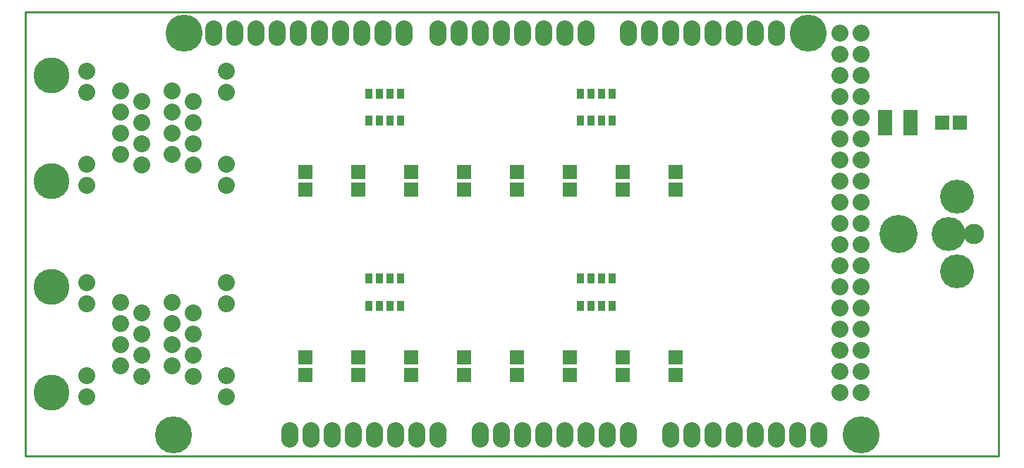
<source format=gts>
G04 (created by PCBNEW (2013-jul-07)-stable) date Wed 06 Aug 2014 01:53:19 PM EDT*
%MOIN*%
G04 Gerber Fmt 3.4, Leading zero omitted, Abs format*
%FSLAX34Y34*%
G01*
G70*
G90*
G04 APERTURE LIST*
%ADD10C,0.00590551*%
%ADD11C,0.009*%
%ADD12C,0.175*%
%ADD13O,0.08X0.12*%
%ADD14C,0.08*%
%ADD15C,0.096*%
%ADD16C,0.16*%
%ADD17C,0.18*%
%ADD18R,0.07X0.12*%
%ADD19R,0.036X0.049*%
%ADD20C,0.17*%
%ADD21R,0.067X0.067*%
G04 APERTURE END LIST*
G54D10*
G54D11*
X89500Y-51500D02*
X43500Y-51500D01*
X43500Y-30500D02*
X89500Y-30500D01*
X43500Y-30500D02*
X43500Y-51500D01*
X89500Y-51500D02*
X89500Y-30500D01*
G54D12*
X50500Y-50500D03*
X51000Y-31500D03*
X83000Y-50500D03*
X80500Y-31500D03*
G54D13*
X56000Y-50500D03*
X57000Y-50500D03*
X58000Y-50500D03*
X59000Y-50500D03*
X60000Y-50500D03*
X61000Y-50500D03*
X62000Y-50500D03*
X63000Y-50500D03*
X65000Y-50500D03*
X66000Y-50500D03*
X67000Y-50500D03*
X68000Y-50500D03*
X69000Y-50500D03*
X70000Y-50500D03*
X71000Y-50500D03*
X72000Y-50500D03*
X74000Y-50500D03*
X75000Y-50500D03*
X76000Y-50500D03*
X77000Y-50500D03*
X78000Y-50500D03*
X79000Y-50500D03*
X80000Y-50500D03*
X81000Y-50500D03*
X52400Y-31500D03*
X53400Y-31500D03*
X54400Y-31500D03*
X55400Y-31500D03*
X56400Y-31500D03*
X57400Y-31500D03*
X58400Y-31500D03*
X59400Y-31500D03*
X60400Y-31500D03*
X61400Y-31500D03*
X63000Y-31500D03*
X70000Y-31500D03*
X69000Y-31500D03*
X68000Y-31500D03*
X67000Y-31500D03*
X66000Y-31500D03*
X65000Y-31500D03*
X64000Y-31500D03*
X72000Y-31500D03*
X73000Y-31500D03*
X74000Y-31500D03*
X75000Y-31500D03*
X76000Y-31500D03*
X77000Y-31500D03*
X78000Y-31500D03*
X79000Y-31500D03*
G54D14*
X82000Y-31500D03*
X83000Y-31500D03*
X82000Y-32500D03*
X83000Y-32500D03*
X82000Y-33500D03*
X83000Y-33500D03*
X82000Y-34500D03*
X83000Y-34500D03*
X82000Y-35500D03*
X83000Y-35500D03*
X82000Y-36500D03*
X83000Y-36500D03*
X82000Y-37500D03*
X83000Y-37500D03*
X82000Y-38500D03*
X83000Y-38500D03*
X82000Y-39500D03*
X83000Y-39500D03*
X82000Y-40500D03*
X83000Y-40500D03*
X82000Y-41500D03*
X83000Y-41500D03*
X82000Y-42500D03*
X83000Y-42500D03*
X82000Y-43500D03*
X83000Y-43500D03*
X82000Y-44500D03*
X83000Y-44500D03*
X82000Y-45500D03*
X83000Y-45500D03*
X82000Y-46500D03*
X83000Y-46500D03*
X82000Y-47500D03*
X83000Y-47500D03*
X82000Y-48500D03*
X83000Y-48500D03*
G54D15*
X88320Y-41000D03*
G54D16*
X87140Y-41000D03*
G54D17*
X84780Y-41000D03*
G54D16*
X87530Y-39230D03*
X87530Y-42770D03*
G54D18*
X84150Y-35750D03*
X85350Y-35750D03*
G54D19*
X59750Y-35640D03*
X60250Y-35640D03*
X60750Y-35640D03*
X61250Y-35640D03*
X61250Y-34360D03*
X60750Y-34360D03*
X60250Y-34360D03*
X59750Y-34360D03*
X69750Y-44390D03*
X70250Y-44390D03*
X70750Y-44390D03*
X71250Y-44390D03*
X71250Y-43110D03*
X70750Y-43110D03*
X70250Y-43110D03*
X69750Y-43110D03*
X59750Y-44390D03*
X60250Y-44390D03*
X60750Y-44390D03*
X61250Y-44390D03*
X61250Y-43110D03*
X60750Y-43110D03*
X60250Y-43110D03*
X59750Y-43110D03*
G54D20*
X44750Y-33500D03*
X44750Y-38500D03*
G54D14*
X46400Y-33300D03*
X46400Y-34300D03*
X46400Y-37700D03*
X46400Y-38700D03*
X48000Y-34250D03*
X48000Y-35250D03*
X48000Y-36250D03*
X48000Y-37250D03*
X49000Y-34750D03*
X49000Y-35750D03*
X49000Y-36750D03*
X49000Y-37750D03*
X50450Y-34250D03*
X50450Y-35250D03*
X51450Y-34750D03*
X51450Y-35750D03*
X50450Y-36250D03*
X51450Y-36750D03*
X50450Y-37250D03*
X51450Y-37750D03*
X53000Y-33300D03*
X53000Y-34300D03*
X53000Y-37700D03*
X53000Y-38700D03*
G54D20*
X44750Y-43500D03*
X44750Y-48500D03*
G54D14*
X46400Y-43300D03*
X46400Y-44300D03*
X46400Y-47700D03*
X46400Y-48700D03*
X48000Y-44250D03*
X48000Y-45250D03*
X48000Y-46250D03*
X48000Y-47250D03*
X49000Y-44750D03*
X49000Y-45750D03*
X49000Y-46750D03*
X49000Y-47750D03*
X50450Y-44250D03*
X50450Y-45250D03*
X51450Y-44750D03*
X51450Y-45750D03*
X50450Y-46250D03*
X51450Y-46750D03*
X50450Y-47250D03*
X51450Y-47750D03*
X53000Y-43300D03*
X53000Y-44300D03*
X53000Y-47700D03*
X53000Y-48700D03*
G54D19*
X69750Y-35640D03*
X70250Y-35640D03*
X70750Y-35640D03*
X71250Y-35640D03*
X71250Y-34360D03*
X70750Y-34360D03*
X70250Y-34360D03*
X69750Y-34360D03*
G54D21*
X56750Y-38085D03*
X56750Y-38915D03*
X56750Y-46835D03*
X56750Y-47665D03*
X59250Y-46835D03*
X59250Y-47665D03*
X61750Y-46835D03*
X61750Y-47665D03*
X64250Y-46835D03*
X64250Y-47665D03*
X66750Y-46835D03*
X66750Y-47665D03*
X69250Y-46835D03*
X69250Y-47665D03*
X71750Y-46835D03*
X71750Y-47665D03*
X74250Y-46835D03*
X74250Y-47665D03*
X61750Y-38085D03*
X61750Y-38915D03*
X64250Y-38085D03*
X64250Y-38915D03*
X66750Y-38085D03*
X66750Y-38915D03*
X69250Y-38085D03*
X69250Y-38915D03*
X59250Y-38085D03*
X59250Y-38915D03*
X74250Y-38085D03*
X74250Y-38915D03*
X86835Y-35750D03*
X87665Y-35750D03*
X71750Y-38085D03*
X71750Y-38915D03*
M02*

</source>
